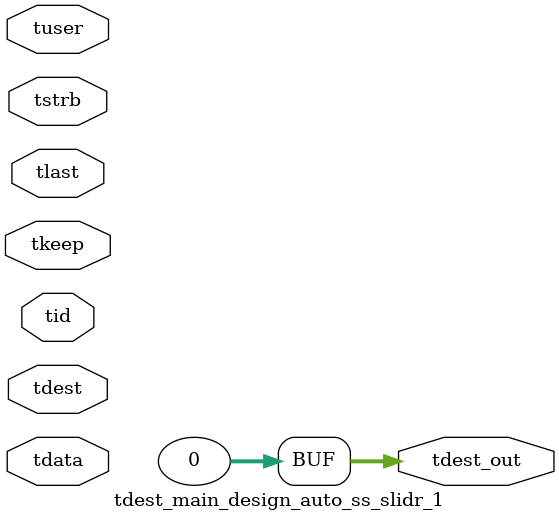
<source format=v>


`timescale 1ps/1ps

module tdest_main_design_auto_ss_slidr_1 #
(
parameter C_S_AXIS_TDATA_WIDTH = 32,
parameter C_S_AXIS_TUSER_WIDTH = 0,
parameter C_S_AXIS_TID_WIDTH   = 0,
parameter C_S_AXIS_TDEST_WIDTH = 0,
parameter C_M_AXIS_TDEST_WIDTH = 32
)
(
input  [(C_S_AXIS_TDATA_WIDTH == 0 ? 1 : C_S_AXIS_TDATA_WIDTH)-1:0     ] tdata,
input  [(C_S_AXIS_TUSER_WIDTH == 0 ? 1 : C_S_AXIS_TUSER_WIDTH)-1:0     ] tuser,
input  [(C_S_AXIS_TID_WIDTH   == 0 ? 1 : C_S_AXIS_TID_WIDTH)-1:0       ] tid,
input  [(C_S_AXIS_TDEST_WIDTH == 0 ? 1 : C_S_AXIS_TDEST_WIDTH)-1:0     ] tdest,
input  [(C_S_AXIS_TDATA_WIDTH/8)-1:0 ] tkeep,
input  [(C_S_AXIS_TDATA_WIDTH/8)-1:0 ] tstrb,
input                                                                    tlast,
output [C_M_AXIS_TDEST_WIDTH-1:0] tdest_out
);

assign tdest_out = {1'b0};

endmodule


</source>
